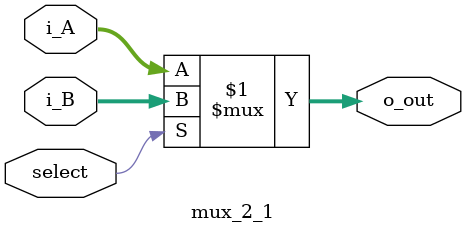
<source format=v>
`timescale 1ns / 1ps

module mux_2_1 #(
    parameter NBITS = 32
  ) (
    input  [NBITS-1:0] i_A, //! Entrada A
    input  [NBITS-1:0] i_B, //! Entrada B
    input  select,          //! Selector

    output [NBITS-1:0] o_out  //! Salida A o B, de acuerdo a la elección del selector
  );

  assign    o_out = select ? i_B : i_A; //! If select == 1, then o_out = in_A.

endmodule

</source>
